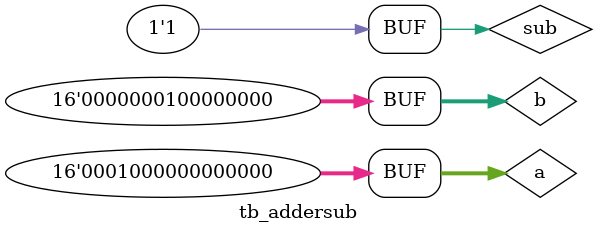
<source format=v>
module addersub_8 (
    input [7:0] a,
    input [7:0] b,
    input sub,
    output [7:0] out,
    output z
);

  wire [7:0] bsub;

  assign bsub = {8{sub}} ^ b;
  wire c;

  adder_8 adder (
      .a  (a),
      .b  (bsub),
      .cin(sub),
      .c  (c),
      .o  (out)
  );

  assign z = ~(|out);

endmodule

module addersub_16 (
    input [15:0] a,
    input [15:0] b,
    input sub,
    output [15:0] out,
    output z
);

  wire [15:0] bsub;

  assign bsub = {16{sub}} ^ b;
  wire c;

  adder_16 adder (
      .a  (a),
      .b  (bsub),
      .cin(sub),
      .c  (c),
      .o  (out)
  );

  assign z = ~(|out);

endmodule

module full_adder (
    input  a,
    b,
    cin,
    output c,
    o
);
  wire i = a ^ b;
  assign o = cin ^ i;
  assign c = cin & i | a & b;
endmodule

module adder_4 (
    input [3:0] a,
    input [3:0] b,
    input cin,
    output c,
    output [3:0] o
);
  wire [2:0] carry;

  full_adder adder1 (
      a[0],
      b[0],
      cin,
      carry[0],
      o[0]
  );
  full_adder adder2 (
      a[1],
      b[1],
      carry[0],
      carry[1],
      o[1]
  );
  full_adder adder3 (
      a[2],
      b[2],
      carry[1],
      carry[2],
      o[2]
  );
  full_adder adder4 (
      a[3],
      b[3],
      carry[2],
      c,
      o[3]
  );

endmodule

module adder_8 (
    input [7:0] a,
    input [7:0] b,
    input cin,
    output c,
    output [7:0] o
);

  wire carry;

  adder_4 adder1 (
      a[3:0],
      b[3:0],
      cin,
      carry,
      o[3:0]
  );
  adder_4 adder2 (
      a[7:4],
      b[7:4],
      carry,
      c,
      o[7:4]
  );
endmodule

module adder_16 (
    input [15:0] a,
    input [15:0] b,
    input cin,
    output c,
    output [15:0] o
);

  wire [2:0] carry;

  adder_4 adder1 (
      a[3:0],
      b[3:0],
      cin,
      carry[0],
      o[3:0]
  );
  adder_4 adder2 (
      a[7:4],
      b[7:4],
      carry[0],
      carry[1],
      o[7:4]
  );
  adder_4 adder3 (
      a[11:8],
      b[11:8],
      carry[1],
      carry[2],
      o[11:8]
  );
  adder_4 adder4 (
      a[15:12],
      b[15:12],
      carry[2],
      c,
      o[15:12]
  );

endmodule
module tb_adder ();
  reg [15:0] a, b;
  reg cin;
  wire c;
  wire [15:0] o;

  adder_16 f (
      a,
      b,
      cin,
      c,
      o
  );
  initial begin
    a   = 16'h0;
    b   = 16'h0;
    cin = 0;

    #10 a = 16'h2;
    b = 16'h2;
    #10 cin = 1;
    b = 16'h5;
    #10 cin = 0;
    b = 16'h8;
    a = 16'h8;
    #10 b = 16'hc;
    #10 a = 16'hc;
    b = 16'h10;
    #10 a = 16'h10;
    #10 b = 16'h14;
    #10 a = 16'hff00;
    b = 16'h0100;
  end

endmodule

module tb_addersub ();
  reg [15:0] a, b;
  reg sub;
  wire [15:0] o;

  addersub_16 test (
      a,
      b,
      sub,
      o
  );

  initial begin
    a   = 16'h0;
    b   = 16'h0;
    sub = 0;

    #10 a = 16'h2;
    b = 16'h2;
    #10 b = 16'hc;
    #10 b = 16'h8;
    a = 16'h8;
    #10 b = 16'hc;
    #10 a = 16'hc;
    b = 16'h12;
    #10 sub = 1;
    a = 16'h10;
    b = 16'h8;
    #10 b = 16'ha;
    #10 a = 16'h1000;
    b = 16'h100;
  end

endmodule

</source>
